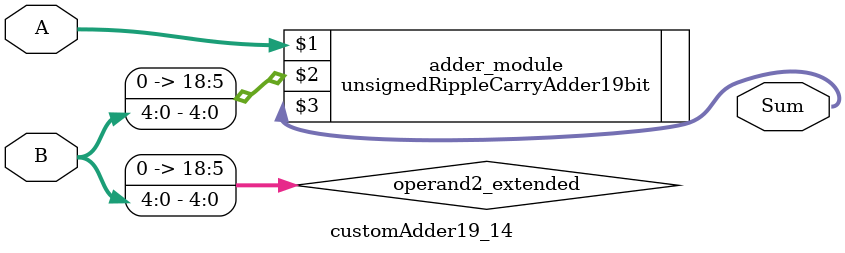
<source format=v>

module customAdder19_14(
                    input [18 : 0] A,
                    input [4 : 0] B,
                    
                    output [19 : 0] Sum
            );

    wire [18 : 0] operand2_extended;
    
    assign operand2_extended =  {14'b0, B};
    
    unsignedRippleCarryAdder19bit adder_module(
        A,
        operand2_extended,
        Sum
    );
    
endmodule
        
</source>
